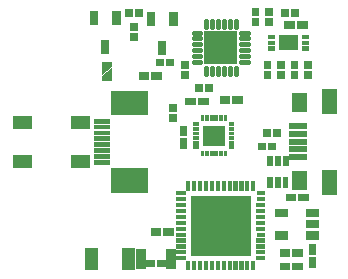
<source format=gts>
G04 Layer: TopSolderMaskLayer*
G04 EasyEDA v6.4.25, 2021-12-07T19:09:17+01:00*
G04 af510f2a62b747d9ba719f6df8b66caf,db93e8822c7348a7aec6f6efa12e507d,10*
G04 Gerber Generator version 0.2*
G04 Scale: 100 percent, Rotated: No, Reflected: No *
G04 Dimensions in millimeters *
G04 leading zeros omitted , absolute positions ,4 integer and 5 decimal *
%FSLAX45Y45*%
%MOMM*%

%ADD54C,0.3816*%
%ADD68R,0.7816X0.3516*%

%LPD*%
D54*
X967826Y-243331D02*
G01*
X1019825Y-243331D01*
X967826Y-293319D02*
G01*
X1019825Y-293319D01*
X967826Y-343331D02*
G01*
X1019825Y-343331D01*
X967826Y-393319D02*
G01*
X1019825Y-393319D01*
X967826Y-443331D02*
G01*
X1019825Y-443331D01*
X967826Y-493318D02*
G01*
X1019825Y-493318D01*
X1068831Y-542325D02*
G01*
X1068831Y-594324D01*
X1118819Y-542325D02*
G01*
X1118819Y-594324D01*
X1168831Y-542325D02*
G01*
X1168831Y-594324D01*
X1218819Y-542325D02*
G01*
X1218819Y-594324D01*
X1268831Y-542325D02*
G01*
X1268831Y-594324D01*
X1318818Y-542325D02*
G01*
X1318818Y-594324D01*
X1367825Y-493318D02*
G01*
X1419824Y-493318D01*
X1367825Y-443331D02*
G01*
X1419824Y-443331D01*
X1367825Y-393319D02*
G01*
X1419824Y-393319D01*
X1367825Y-343331D02*
G01*
X1419824Y-343331D01*
X1367825Y-293319D02*
G01*
X1419824Y-293319D01*
X1367825Y-244119D02*
G01*
X1419824Y-244119D01*
X1318818Y-142326D02*
G01*
X1318818Y-194325D01*
X1268831Y-142326D02*
G01*
X1268831Y-194325D01*
X1218819Y-142326D02*
G01*
X1218819Y-194325D01*
X1168831Y-142326D02*
G01*
X1168831Y-194325D01*
X1118819Y-142326D02*
G01*
X1118819Y-194325D01*
X1068831Y-142326D02*
G01*
X1068831Y-194325D01*
G36*
X1040892Y-1204721D02*
G01*
X1040892Y-1030478D01*
X1231137Y-1030478D01*
X1231137Y-1204721D01*
G37*
G36*
X1139444Y-1292097D02*
G01*
X1139444Y-1242060D01*
X1171447Y-1242060D01*
X1171447Y-1292097D01*
G37*
G36*
X1100581Y-1292097D02*
G01*
X1100581Y-1242060D01*
X1132586Y-1242060D01*
X1132586Y-1292097D01*
G37*
G36*
X1178560Y-1292097D02*
G01*
X1178560Y-1242060D01*
X1210563Y-1242060D01*
X1210563Y-1292097D01*
G37*
G36*
X1217421Y-1292097D02*
G01*
X1217421Y-1242060D01*
X1249426Y-1242060D01*
X1249426Y-1292097D01*
G37*
G36*
X1061465Y-1292097D02*
G01*
X1061465Y-1242060D01*
X1093470Y-1242060D01*
X1093470Y-1292097D01*
G37*
G36*
X1022604Y-1292097D02*
G01*
X1022604Y-1242060D01*
X1054607Y-1242060D01*
X1054607Y-1292097D01*
G37*
G36*
X960120Y-1231137D02*
G01*
X960120Y-1199134D01*
X1010157Y-1199134D01*
X1010157Y-1231137D01*
G37*
G36*
X960120Y-1192021D02*
G01*
X960120Y-1160018D01*
X1010157Y-1160018D01*
X1010157Y-1192021D01*
G37*
G36*
X960120Y-1036065D02*
G01*
X960120Y-1004062D01*
X1010157Y-1004062D01*
X1010157Y-1036065D01*
G37*
G36*
X960120Y-1075181D02*
G01*
X960120Y-1043178D01*
X1010157Y-1043178D01*
X1010157Y-1075181D01*
G37*
G36*
X960120Y-1153160D02*
G01*
X960120Y-1121155D01*
X1010157Y-1121155D01*
X1010157Y-1153160D01*
G37*
G36*
X960120Y-1114044D02*
G01*
X960120Y-1082039D01*
X1010157Y-1082039D01*
X1010157Y-1114044D01*
G37*
G36*
X1259078Y-1231137D02*
G01*
X1259078Y-1199134D01*
X1309115Y-1199134D01*
X1309115Y-1231137D01*
G37*
G36*
X1259078Y-1192021D02*
G01*
X1259078Y-1160018D01*
X1309115Y-1160018D01*
X1309115Y-1192021D01*
G37*
G36*
X1259078Y-1036065D02*
G01*
X1259078Y-1004062D01*
X1309115Y-1004062D01*
X1309115Y-1036065D01*
G37*
G36*
X1259078Y-1075181D02*
G01*
X1259078Y-1043178D01*
X1309115Y-1043178D01*
X1309115Y-1075181D01*
G37*
G36*
X1259078Y-1153160D02*
G01*
X1259078Y-1121155D01*
X1309115Y-1121155D01*
X1309115Y-1153160D01*
G37*
G36*
X1259078Y-1114044D02*
G01*
X1259078Y-1082039D01*
X1309115Y-1082039D01*
X1309115Y-1114044D01*
G37*
G36*
X1022604Y-993139D02*
G01*
X1022604Y-943102D01*
X1054607Y-943102D01*
X1054607Y-993139D01*
G37*
G36*
X1061465Y-993139D02*
G01*
X1061465Y-943102D01*
X1093470Y-943102D01*
X1093470Y-993139D01*
G37*
G36*
X1217421Y-993139D02*
G01*
X1217421Y-943102D01*
X1249426Y-943102D01*
X1249426Y-993139D01*
G37*
G36*
X1178560Y-993139D02*
G01*
X1178560Y-943102D01*
X1210563Y-943102D01*
X1210563Y-993139D01*
G37*
G36*
X1100581Y-993139D02*
G01*
X1100581Y-943102D01*
X1132586Y-943102D01*
X1132586Y-993139D01*
G37*
G36*
X1139444Y-993139D02*
G01*
X1139444Y-943102D01*
X1171447Y-943102D01*
X1171447Y-993139D01*
G37*
G36*
X755395Y-1003807D02*
G01*
X755395Y-937005D01*
X819404Y-937005D01*
X819404Y-1003807D01*
G37*
G36*
X755395Y-917194D02*
G01*
X755395Y-850392D01*
X819404Y-850392D01*
X819404Y-917194D01*
G37*
G36*
X844295Y-1120394D02*
G01*
X844295Y-1031239D01*
X908304Y-1031239D01*
X908304Y-1120394D01*
G37*
G36*
X844295Y-1229360D02*
G01*
X844295Y-1140205D01*
X908304Y-1140205D01*
X908304Y-1229360D01*
G37*
G36*
X1000505Y-857504D02*
G01*
X1000505Y-793495D01*
X1089660Y-793495D01*
X1089660Y-857504D01*
G37*
G36*
X891539Y-857504D02*
G01*
X891539Y-793495D01*
X980694Y-793495D01*
X980694Y-857504D01*
G37*
G36*
X657605Y-2229104D02*
G01*
X657605Y-2165095D01*
X746760Y-2165095D01*
X746760Y-2229104D01*
G37*
G36*
X548639Y-2229104D02*
G01*
X548639Y-2165095D01*
X637794Y-2165095D01*
X637794Y-2229104D01*
G37*
G36*
X1568195Y-104394D02*
G01*
X1568195Y-37592D01*
X1632204Y-37592D01*
X1632204Y-104394D01*
G37*
G36*
X1568195Y-191007D02*
G01*
X1568195Y-124205D01*
X1632204Y-124205D01*
X1632204Y-191007D01*
G37*
G36*
X1453895Y-191007D02*
G01*
X1453895Y-124205D01*
X1517904Y-124205D01*
X1517904Y-191007D01*
G37*
G36*
X1453895Y-104394D02*
G01*
X1453895Y-37592D01*
X1517904Y-37592D01*
X1517904Y-104394D01*
G37*
G36*
X606805Y-641604D02*
G01*
X606805Y-577595D01*
X695960Y-577595D01*
X695960Y-641604D01*
G37*
G36*
X497839Y-641604D02*
G01*
X497839Y-577595D01*
X586994Y-577595D01*
X586994Y-641604D01*
G37*
G36*
X1787905Y-108204D02*
G01*
X1787905Y-44195D01*
X1854707Y-44195D01*
X1854707Y-108204D01*
G37*
G36*
X1701292Y-108204D02*
G01*
X1701292Y-44195D01*
X1768094Y-44195D01*
X1768094Y-108204D01*
G37*
G36*
X185928Y-599694D02*
G01*
X185928Y-488950D01*
X271271Y-488950D01*
X271271Y-534162D01*
G37*
G36*
X185928Y-653542D02*
G01*
X185928Y-608329D01*
X271271Y-542544D01*
X271271Y-653542D01*
G37*
G36*
X647192Y-527304D02*
G01*
X647192Y-463295D01*
X713994Y-463295D01*
X713994Y-527304D01*
G37*
G36*
X733805Y-527304D02*
G01*
X733805Y-463295D01*
X800607Y-463295D01*
X800607Y-527304D01*
G37*
G36*
X2049779Y-930147D02*
G01*
X2049779Y-719836D01*
X2180081Y-719836D01*
X2180081Y-930147D01*
G37*
G36*
X2049779Y-1616963D02*
G01*
X2049779Y-1406652D01*
X2180081Y-1406652D01*
X2180081Y-1616963D01*
G37*
G36*
X1774952Y-1322323D02*
G01*
X1774952Y-1272286D01*
X1919986Y-1272286D01*
X1919986Y-1322323D01*
G37*
G36*
X1774952Y-1257300D02*
G01*
X1774952Y-1207262D01*
X1919986Y-1207262D01*
X1919986Y-1257300D01*
G37*
G36*
X1774952Y-1192276D02*
G01*
X1774952Y-1142237D01*
X1919986Y-1142237D01*
X1919986Y-1192276D01*
G37*
G36*
X1774952Y-1127252D02*
G01*
X1774952Y-1077213D01*
X1919986Y-1077213D01*
X1919986Y-1127252D01*
G37*
G36*
X1774952Y-1062228D02*
G01*
X1774952Y-1012189D01*
X1919986Y-1012189D01*
X1919986Y-1062228D01*
G37*
G36*
X1792478Y-1577339D02*
G01*
X1792478Y-1417065D01*
X1922526Y-1417065D01*
X1922526Y-1577339D01*
G37*
G36*
X1792478Y-917447D02*
G01*
X1792478Y-757173D01*
X1922526Y-757173D01*
X1922526Y-917447D01*
G37*
G36*
X1800605Y-2254504D02*
G01*
X1800605Y-2190495D01*
X1889760Y-2190495D01*
X1889760Y-2254504D01*
G37*
G36*
X1691639Y-2254504D02*
G01*
X1691639Y-2190495D01*
X1780794Y-2190495D01*
X1780794Y-2254504D01*
G37*
G36*
X1936495Y-2123694D02*
G01*
X1936495Y-2034539D01*
X2000504Y-2034539D01*
X2000504Y-2123694D01*
G37*
G36*
X1936495Y-2232660D02*
G01*
X1936495Y-2143505D01*
X2000504Y-2143505D01*
X2000504Y-2232660D01*
G37*
G36*
X1742439Y-1670304D02*
G01*
X1742439Y-1606295D01*
X1831594Y-1606295D01*
X1831594Y-1670304D01*
G37*
G36*
X1851405Y-1670304D02*
G01*
X1851405Y-1606295D01*
X1940559Y-1606295D01*
X1940559Y-1670304D01*
G37*
G36*
X1691639Y-2140204D02*
G01*
X1691639Y-2076195D01*
X1780794Y-2076195D01*
X1780794Y-2140204D01*
G37*
G36*
X1800605Y-2140204D02*
G01*
X1800605Y-2076195D01*
X1889760Y-2076195D01*
X1889760Y-2140204D01*
G37*
G36*
X708405Y-1962404D02*
G01*
X708405Y-1898395D01*
X797560Y-1898395D01*
X797560Y-1962404D01*
G37*
G36*
X599439Y-1962404D02*
G01*
X599439Y-1898395D01*
X688594Y-1898395D01*
X688594Y-1962404D01*
G37*
G36*
X1183639Y-844804D02*
G01*
X1183639Y-780795D01*
X1272794Y-780795D01*
X1272794Y-844804D01*
G37*
G36*
X1292605Y-844804D02*
G01*
X1292605Y-780795D01*
X1381760Y-780795D01*
X1381760Y-844804D01*
G37*
G36*
X478028Y-2242312D02*
G01*
X478028Y-2162047D01*
X563371Y-2162047D01*
X563371Y-2242312D01*
G37*
G36*
X478028Y-2157476D02*
G01*
X478028Y-2077212D01*
X563371Y-2077212D01*
X563371Y-2157476D01*
G37*
G36*
X732028Y-2242312D02*
G01*
X732028Y-2162047D01*
X817371Y-2162047D01*
X817371Y-2242312D01*
G37*
G36*
X732028Y-2157476D02*
G01*
X732028Y-2077212D01*
X817371Y-2077212D01*
X817371Y-2157476D01*
G37*
G36*
X1838705Y-209804D02*
G01*
X1838705Y-145795D01*
X1927860Y-145795D01*
X1927860Y-209804D01*
G37*
G36*
X1729739Y-209804D02*
G01*
X1729739Y-145795D01*
X1818894Y-145795D01*
X1818894Y-209804D01*
G37*
G36*
X856995Y-548894D02*
G01*
X856995Y-482092D01*
X921004Y-482092D01*
X921004Y-548894D01*
G37*
G36*
X856995Y-635507D02*
G01*
X856995Y-568705D01*
X921004Y-568705D01*
X921004Y-635507D01*
G37*
G36*
X977392Y-743204D02*
G01*
X977392Y-679195D01*
X1044194Y-679195D01*
X1044194Y-743204D01*
G37*
G36*
X1064005Y-743204D02*
G01*
X1064005Y-679195D01*
X1130807Y-679195D01*
X1130807Y-743204D01*
G37*
G36*
X425195Y-318007D02*
G01*
X425195Y-251205D01*
X489204Y-251205D01*
X489204Y-318007D01*
G37*
G36*
X425195Y-231394D02*
G01*
X425195Y-164592D01*
X489204Y-164592D01*
X489204Y-231394D01*
G37*
G36*
X1548892Y-1124204D02*
G01*
X1548892Y-1060195D01*
X1615694Y-1060195D01*
X1615694Y-1124204D01*
G37*
G36*
X1635505Y-1124204D02*
G01*
X1635505Y-1060195D01*
X1702307Y-1060195D01*
X1702307Y-1124204D01*
G37*
G36*
X1510792Y-1238504D02*
G01*
X1510792Y-1174495D01*
X1577594Y-1174495D01*
X1577594Y-1238504D01*
G37*
G36*
X1597405Y-1238504D02*
G01*
X1597405Y-1174495D01*
X1664207Y-1174495D01*
X1664207Y-1238504D01*
G37*
G36*
X467105Y-108204D02*
G01*
X467105Y-44195D01*
X533907Y-44195D01*
X533907Y-108204D01*
G37*
G36*
X380492Y-108204D02*
G01*
X380492Y-44195D01*
X447294Y-44195D01*
X447294Y-108204D01*
G37*
G36*
X1898395Y-635507D02*
G01*
X1898395Y-568705D01*
X1962404Y-568705D01*
X1962404Y-635507D01*
G37*
G36*
X1898395Y-548894D02*
G01*
X1898395Y-482092D01*
X1962404Y-482092D01*
X1962404Y-548894D01*
G37*
G36*
X1784095Y-635507D02*
G01*
X1784095Y-568705D01*
X1848104Y-568705D01*
X1848104Y-635507D01*
G37*
G36*
X1784095Y-548894D02*
G01*
X1784095Y-482092D01*
X1848104Y-482092D01*
X1848104Y-548894D01*
G37*
G36*
X1669795Y-635507D02*
G01*
X1669795Y-568705D01*
X1733804Y-568705D01*
X1733804Y-635507D01*
G37*
G36*
X1669795Y-548894D02*
G01*
X1669795Y-482092D01*
X1733804Y-482092D01*
X1733804Y-548894D01*
G37*
G36*
X1555495Y-635507D02*
G01*
X1555495Y-568705D01*
X1619504Y-568705D01*
X1619504Y-635507D01*
G37*
G36*
X1555495Y-548894D02*
G01*
X1555495Y-482092D01*
X1619504Y-482092D01*
X1619504Y-548894D01*
G37*
G36*
X1656334Y-1996947D02*
G01*
X1656334Y-1926844D01*
X1766570Y-1926844D01*
X1766570Y-1996947D01*
G37*
G36*
X1656334Y-1806955D02*
G01*
X1656334Y-1736852D01*
X1766570Y-1736852D01*
X1766570Y-1806955D01*
G37*
G36*
X1916429Y-1806955D02*
G01*
X1916429Y-1736852D01*
X2026665Y-1736852D01*
X2026665Y-1806955D01*
G37*
G36*
X1916429Y-1901952D02*
G01*
X1916429Y-1831847D01*
X2026665Y-1831847D01*
X2026665Y-1901952D01*
G37*
G36*
X1916429Y-1996947D02*
G01*
X1916429Y-1926844D01*
X2026665Y-1926844D01*
X2026665Y-1996947D01*
G37*
G36*
X1053845Y-509778D02*
G01*
X1053845Y-229615D01*
X1334007Y-229615D01*
X1334007Y-509778D01*
G37*
G36*
X938784Y-2134615D02*
G01*
X938784Y-1624584D01*
X1448815Y-1624584D01*
X1448815Y-2134615D01*
G37*
G36*
X818134Y-2172207D02*
G01*
X818134Y-2136902D01*
X896365Y-2136902D01*
X896365Y-2172207D01*
G37*
G36*
X818134Y-2122170D02*
G01*
X818134Y-2087118D01*
X896365Y-2087118D01*
X896365Y-2122170D01*
G37*
G36*
X818134Y-2072131D02*
G01*
X818134Y-2037079D01*
X896365Y-2037079D01*
X896365Y-2072131D01*
G37*
G36*
X818134Y-2022094D02*
G01*
X818134Y-1987042D01*
X896365Y-1987042D01*
X896365Y-2022094D01*
G37*
G36*
X818134Y-1972055D02*
G01*
X818134Y-1937004D01*
X896365Y-1937004D01*
X896365Y-1972055D01*
G37*
G36*
X818134Y-1922271D02*
G01*
X818134Y-1886965D01*
X896365Y-1886965D01*
X896365Y-1922271D01*
G37*
G36*
X818134Y-1872234D02*
G01*
X818134Y-1836928D01*
X896365Y-1836928D01*
X896365Y-1872234D01*
G37*
G36*
X818134Y-1822195D02*
G01*
X818134Y-1786889D01*
X896365Y-1786889D01*
X896365Y-1822195D01*
G37*
G36*
X818134Y-1772157D02*
G01*
X818134Y-1737105D01*
X896365Y-1737105D01*
X896365Y-1772157D01*
G37*
G36*
X818134Y-1722120D02*
G01*
X818134Y-1687068D01*
X896365Y-1687068D01*
X896365Y-1722120D01*
G37*
G36*
X818134Y-1672081D02*
G01*
X818134Y-1637029D01*
X896365Y-1637029D01*
X896365Y-1672081D01*
G37*
G36*
X818134Y-1622044D02*
G01*
X818134Y-1586992D01*
X896365Y-1586992D01*
X896365Y-1622044D01*
G37*
G36*
X901192Y-1582165D02*
G01*
X901192Y-1503934D01*
X936497Y-1503934D01*
X936497Y-1582165D01*
G37*
G36*
X951229Y-1582165D02*
G01*
X951229Y-1503934D01*
X986281Y-1503934D01*
X986281Y-1582165D01*
G37*
G36*
X1001268Y-1582165D02*
G01*
X1001268Y-1503934D01*
X1036320Y-1503934D01*
X1036320Y-1582165D01*
G37*
G36*
X1051305Y-1582165D02*
G01*
X1051305Y-1503934D01*
X1086357Y-1503934D01*
X1086357Y-1582165D01*
G37*
G36*
X1101089Y-1582165D02*
G01*
X1101089Y-1503934D01*
X1136395Y-1503934D01*
X1136395Y-1582165D01*
G37*
G36*
X1151128Y-1582165D02*
G01*
X1151128Y-1503934D01*
X1186434Y-1503934D01*
X1186434Y-1582165D01*
G37*
G36*
X1201165Y-1582165D02*
G01*
X1201165Y-1503934D01*
X1236471Y-1503934D01*
X1236471Y-1582165D01*
G37*
G36*
X1251204Y-1582165D02*
G01*
X1251204Y-1503934D01*
X1286510Y-1503934D01*
X1286510Y-1582165D01*
G37*
G36*
X1301242Y-1582165D02*
G01*
X1301242Y-1503934D01*
X1336294Y-1503934D01*
X1336294Y-1582165D01*
G37*
G36*
X1351279Y-1582165D02*
G01*
X1351279Y-1503934D01*
X1386331Y-1503934D01*
X1386331Y-1582165D01*
G37*
G36*
X1401318Y-1582165D02*
G01*
X1401318Y-1503934D01*
X1436370Y-1503934D01*
X1436370Y-1582165D01*
G37*
G36*
X1451102Y-1582165D02*
G01*
X1451102Y-1503934D01*
X1486407Y-1503934D01*
X1486407Y-1582165D01*
G37*
D68*
G01*
X1530299Y-1604594D03*
G01*
X1530299Y-1654606D03*
G36*
X1491234Y-1722120D02*
G01*
X1491234Y-1687068D01*
X1569465Y-1687068D01*
X1569465Y-1722120D01*
G37*
G36*
X1491234Y-1772157D02*
G01*
X1491234Y-1737105D01*
X1569465Y-1737105D01*
X1569465Y-1772157D01*
G37*
G36*
X1491234Y-1822195D02*
G01*
X1491234Y-1786889D01*
X1569465Y-1786889D01*
X1569465Y-1822195D01*
G37*
G36*
X1491234Y-1872234D02*
G01*
X1491234Y-1836928D01*
X1569465Y-1836928D01*
X1569465Y-1872234D01*
G37*
G36*
X1491234Y-1922271D02*
G01*
X1491234Y-1886965D01*
X1569465Y-1886965D01*
X1569465Y-1922271D01*
G37*
G01*
X1530299Y-1954606D03*
G36*
X1491234Y-2022094D02*
G01*
X1491234Y-1987042D01*
X1569465Y-1987042D01*
X1569465Y-2022094D01*
G37*
G36*
X1491234Y-2072131D02*
G01*
X1491234Y-2037079D01*
X1569465Y-2037079D01*
X1569465Y-2072131D01*
G37*
G36*
X1491234Y-2122170D02*
G01*
X1491234Y-2087118D01*
X1569465Y-2087118D01*
X1569465Y-2122170D01*
G37*
G36*
X1491234Y-2172207D02*
G01*
X1491234Y-2136902D01*
X1569465Y-2136902D01*
X1569465Y-2172207D01*
G37*
G36*
X1451102Y-2255265D02*
G01*
X1451102Y-2177034D01*
X1486407Y-2177034D01*
X1486407Y-2255265D01*
G37*
G36*
X1401318Y-2255265D02*
G01*
X1401318Y-2177034D01*
X1436370Y-2177034D01*
X1436370Y-2255265D01*
G37*
G36*
X1351279Y-2255265D02*
G01*
X1351279Y-2177034D01*
X1386331Y-2177034D01*
X1386331Y-2255265D01*
G37*
G36*
X1301242Y-2255265D02*
G01*
X1301242Y-2177034D01*
X1336294Y-2177034D01*
X1336294Y-2255265D01*
G37*
G36*
X1251204Y-2255265D02*
G01*
X1251204Y-2177034D01*
X1286510Y-2177034D01*
X1286510Y-2255265D01*
G37*
G36*
X1201165Y-2255265D02*
G01*
X1201165Y-2177034D01*
X1236471Y-2177034D01*
X1236471Y-2255265D01*
G37*
G36*
X1151128Y-2255265D02*
G01*
X1151128Y-2177034D01*
X1186434Y-2177034D01*
X1186434Y-2255265D01*
G37*
G36*
X1101089Y-2255265D02*
G01*
X1101089Y-2177034D01*
X1136395Y-2177034D01*
X1136395Y-2255265D01*
G37*
G36*
X1051305Y-2255265D02*
G01*
X1051305Y-2177034D01*
X1086357Y-2177034D01*
X1086357Y-2255265D01*
G37*
G36*
X1001268Y-2255265D02*
G01*
X1001268Y-2177034D01*
X1036320Y-2177034D01*
X1036320Y-2255265D01*
G37*
G36*
X951229Y-2255265D02*
G01*
X951229Y-2177034D01*
X986281Y-2177034D01*
X986281Y-2255265D01*
G37*
G36*
X901192Y-2255265D02*
G01*
X901192Y-2177034D01*
X936497Y-2177034D01*
X936497Y-2255265D01*
G37*
G36*
X1877821Y-399287D02*
G01*
X1877821Y-361187D01*
X1938274Y-361187D01*
X1938274Y-399287D01*
G37*
G36*
X1877821Y-349250D02*
G01*
X1877821Y-311150D01*
X1938274Y-311150D01*
X1938274Y-349250D01*
G37*
G36*
X1877821Y-299212D02*
G01*
X1877821Y-261112D01*
X1938274Y-261112D01*
X1938274Y-299212D01*
G37*
G36*
X1592326Y-299212D02*
G01*
X1592326Y-261112D01*
X1652778Y-261112D01*
X1652778Y-299212D01*
G37*
G36*
X1592326Y-349250D02*
G01*
X1592326Y-311150D01*
X1652778Y-311150D01*
X1652778Y-349250D01*
G37*
G36*
X1592326Y-399287D02*
G01*
X1592326Y-361187D01*
X1652778Y-361187D01*
X1652778Y-399287D01*
G37*
G36*
X1685289Y-395223D02*
G01*
X1685289Y-265176D01*
X1845310Y-265176D01*
X1845310Y-395223D01*
G37*
G36*
X-566420Y-1388363D02*
G01*
X-566420Y-1278381D01*
X-406145Y-1278381D01*
X-406145Y-1388363D01*
G37*
G36*
X-566420Y-1058418D02*
G01*
X-566420Y-948436D01*
X-406145Y-948436D01*
X-406145Y-1058418D01*
G37*
G36*
X-76200Y-1058418D02*
G01*
X-76200Y-948436D01*
X83820Y-948436D01*
X83820Y-1058418D01*
G37*
G36*
X-76200Y-1388363D02*
G01*
X-76200Y-1278381D01*
X83820Y-1278381D01*
X83820Y-1388363D01*
G37*
G36*
X356615Y-2251455D02*
G01*
X356615Y-2066544D01*
X466852Y-2066544D01*
X466852Y-2251455D01*
G37*
G36*
X41147Y-2251455D02*
G01*
X41147Y-2066544D01*
X151384Y-2066544D01*
X151384Y-2251455D01*
G37*
G36*
X1651254Y-1559052D02*
G01*
X1651254Y-1468628D01*
X1701545Y-1468628D01*
X1701545Y-1559052D01*
G37*
G36*
X1716278Y-1559052D02*
G01*
X1716278Y-1468628D01*
X1766570Y-1468628D01*
X1766570Y-1559052D01*
G37*
G36*
X1717294Y-1376171D02*
G01*
X1717294Y-1285747D01*
X1767586Y-1285747D01*
X1767586Y-1376171D01*
G37*
G36*
X1652270Y-1376171D02*
G01*
X1652270Y-1285747D01*
X1702562Y-1285747D01*
X1702562Y-1376171D01*
G37*
G36*
X1587245Y-1376171D02*
G01*
X1587245Y-1285747D01*
X1637537Y-1285747D01*
X1637537Y-1376171D01*
G37*
G36*
X1586229Y-1559052D02*
G01*
X1586229Y-1468628D01*
X1636521Y-1468628D01*
X1636521Y-1559052D01*
G37*
G36*
X121157Y-1363471D02*
G01*
X121157Y-1323339D01*
X256031Y-1323339D01*
X256031Y-1363471D01*
G37*
G36*
X121157Y-1313434D02*
G01*
X121157Y-1273302D01*
X256031Y-1273302D01*
X256031Y-1313434D01*
G37*
G36*
X121157Y-1263395D02*
G01*
X121157Y-1223518D01*
X256031Y-1223518D01*
X256031Y-1263395D01*
G37*
G36*
X121157Y-1213357D02*
G01*
X121157Y-1173479D01*
X256031Y-1173479D01*
X256031Y-1213357D01*
G37*
G36*
X121157Y-1163320D02*
G01*
X121157Y-1123442D01*
X256031Y-1123442D01*
X256031Y-1163320D01*
G37*
G36*
X121157Y-1113281D02*
G01*
X121157Y-1073404D01*
X256031Y-1073404D01*
X256031Y-1113281D01*
G37*
G36*
X121157Y-1063497D02*
G01*
X121157Y-1023365D01*
X256031Y-1023365D01*
X256031Y-1063497D01*
G37*
G36*
X121157Y-1013460D02*
G01*
X121157Y-973328D01*
X256031Y-973328D01*
X256031Y-1013460D01*
G37*
G36*
X265937Y-1602486D02*
G01*
X265937Y-1392428D01*
X576071Y-1392428D01*
X576071Y-1602486D01*
G37*
G36*
X265937Y-944371D02*
G01*
X265937Y-734313D01*
X576071Y-734313D01*
X576071Y-944371D01*
G37*
G36*
X758444Y-188976D02*
G01*
X758444Y-71881D01*
X828547Y-71881D01*
X828547Y-188976D01*
G37*
G36*
X568452Y-188976D02*
G01*
X568452Y-71881D01*
X638555Y-71881D01*
X638555Y-188976D01*
G37*
G36*
X663447Y-436118D02*
G01*
X663447Y-319023D01*
X733552Y-319023D01*
X733552Y-436118D01*
G37*
G36*
X275844Y-176276D02*
G01*
X275844Y-59181D01*
X345947Y-59181D01*
X345947Y-176276D01*
G37*
G36*
X85852Y-176276D02*
G01*
X85852Y-59181D01*
X155955Y-59181D01*
X155955Y-176276D01*
G37*
G36*
X180847Y-423418D02*
G01*
X180847Y-306323D01*
X250952Y-306323D01*
X250952Y-423418D01*
G37*
M02*

</source>
